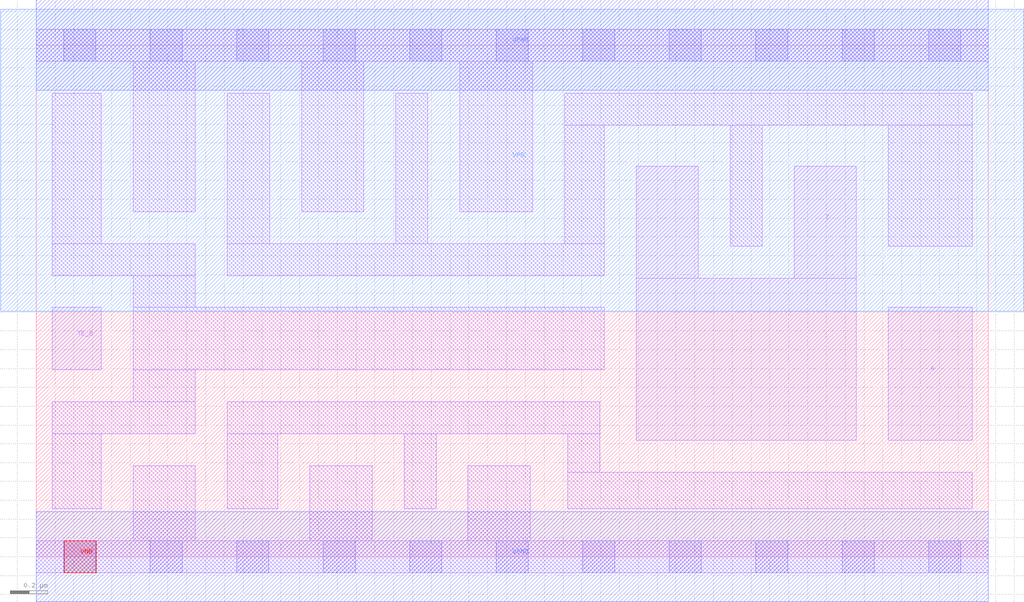
<source format=lef>
# Copyright 2020 The SkyWater PDK Authors
#
# Licensed under the Apache License, Version 2.0 (the "License");
# you may not use this file except in compliance with the License.
# You may obtain a copy of the License at
#
#     https://www.apache.org/licenses/LICENSE-2.0
#
# Unless required by applicable law or agreed to in writing, software
# distributed under the License is distributed on an "AS IS" BASIS,
# WITHOUT WARRANTIES OR CONDITIONS OF ANY KIND, either express or implied.
# See the License for the specific language governing permissions and
# limitations under the License.
#
# SPDX-License-Identifier: Apache-2.0

VERSION 5.7 ;
  NOWIREEXTENSIONATPIN ON ;
  DIVIDERCHAR "/" ;
  BUSBITCHARS "[]" ;
MACRO sky130_fd_sc_hd__einvn_4
  CLASS CORE ;
  FOREIGN sky130_fd_sc_hd__einvn_4 ;
  ORIGIN  0.000000  0.000000 ;
  SIZE  5.060000 BY  2.720000 ;
  SYMMETRY X Y R90 ;
  SITE unithd ;
  PIN A
    ANTENNAGATEAREA  0.990000 ;
    DIRECTION INPUT ;
    USE SIGNAL ;
    PORT
      LAYER li1 ;
        RECT 4.530000 0.620000 4.975000 1.325000 ;
    END
  END A
  PIN TE_B
    ANTENNAGATEAREA  0.811500 ;
    DIRECTION INPUT ;
    USE SIGNAL ;
    PORT
      LAYER li1 ;
        RECT 0.085000 0.995000 0.345000 1.325000 ;
    END
  END TE_B
  PIN VNB
    PORT
      LAYER pwell ;
        RECT 0.150000 -0.085000 0.320000 0.085000 ;
    END
  END VNB
  PIN VPB
    PORT
      LAYER nwell ;
        RECT -0.190000 1.305000 5.250000 2.910000 ;
    END
  END VPB
  PIN Z
    ANTENNADIFFAREA  0.891000 ;
    DIRECTION OUTPUT ;
    USE SIGNAL ;
    PORT
      LAYER li1 ;
        RECT 3.190000 0.620000 4.360000 1.480000 ;
        RECT 3.190000 1.480000 3.520000 2.075000 ;
        RECT 4.030000 1.480000 4.360000 2.075000 ;
    END
  END Z
  PIN VGND
    DIRECTION INOUT ;
    SHAPE ABUTMENT ;
    USE GROUND ;
    PORT
      LAYER met1 ;
        RECT 0.000000 -0.240000 5.060000 0.240000 ;
    END
  END VGND
  PIN VPWR
    DIRECTION INOUT ;
    SHAPE ABUTMENT ;
    USE POWER ;
    PORT
      LAYER met1 ;
        RECT 0.000000 2.480000 5.060000 2.960000 ;
    END
  END VPWR
  OBS
    LAYER li1 ;
      RECT 0.000000 -0.085000 5.060000 0.085000 ;
      RECT 0.000000  2.635000 5.060000 2.805000 ;
      RECT 0.085000  0.255000 0.345000 0.655000 ;
      RECT 0.085000  0.655000 0.845000 0.825000 ;
      RECT 0.085000  1.495000 0.845000 1.665000 ;
      RECT 0.085000  1.665000 0.345000 2.465000 ;
      RECT 0.515000  0.085000 0.845000 0.485000 ;
      RECT 0.515000  0.825000 0.845000 0.995000 ;
      RECT 0.515000  0.995000 3.020000 1.325000 ;
      RECT 0.515000  1.325000 0.845000 1.495000 ;
      RECT 0.515000  1.835000 0.845000 2.635000 ;
      RECT 1.015000  0.255000 1.285000 0.655000 ;
      RECT 1.015000  0.655000 2.995000 0.825000 ;
      RECT 1.015000  1.495000 3.020000 1.665000 ;
      RECT 1.015000  1.665000 1.240000 2.465000 ;
      RECT 1.410000  1.835000 1.740000 2.635000 ;
      RECT 1.455000  0.085000 1.785000 0.485000 ;
      RECT 1.910000  1.665000 2.080000 2.465000 ;
      RECT 1.955000  0.255000 2.125000 0.655000 ;
      RECT 2.250000  1.835000 2.640000 2.635000 ;
      RECT 2.295000  0.085000 2.625000 0.485000 ;
      RECT 2.810000  1.665000 3.020000 2.295000 ;
      RECT 2.810000  2.295000 4.975000 2.465000 ;
      RECT 2.825000  0.255000 4.975000 0.450000 ;
      RECT 2.825000  0.450000 2.995000 0.655000 ;
      RECT 3.690000  1.650000 3.860000 2.295000 ;
      RECT 4.530000  1.650000 4.975000 2.295000 ;
    LAYER mcon ;
      RECT 0.145000 -0.085000 0.315000 0.085000 ;
      RECT 0.145000  2.635000 0.315000 2.805000 ;
      RECT 0.605000 -0.085000 0.775000 0.085000 ;
      RECT 0.605000  2.635000 0.775000 2.805000 ;
      RECT 1.065000 -0.085000 1.235000 0.085000 ;
      RECT 1.065000  2.635000 1.235000 2.805000 ;
      RECT 1.525000 -0.085000 1.695000 0.085000 ;
      RECT 1.525000  2.635000 1.695000 2.805000 ;
      RECT 1.985000 -0.085000 2.155000 0.085000 ;
      RECT 1.985000  2.635000 2.155000 2.805000 ;
      RECT 2.445000 -0.085000 2.615000 0.085000 ;
      RECT 2.445000  2.635000 2.615000 2.805000 ;
      RECT 2.905000 -0.085000 3.075000 0.085000 ;
      RECT 2.905000  2.635000 3.075000 2.805000 ;
      RECT 3.365000 -0.085000 3.535000 0.085000 ;
      RECT 3.365000  2.635000 3.535000 2.805000 ;
      RECT 3.825000 -0.085000 3.995000 0.085000 ;
      RECT 3.825000  2.635000 3.995000 2.805000 ;
      RECT 4.285000 -0.085000 4.455000 0.085000 ;
      RECT 4.285000  2.635000 4.455000 2.805000 ;
      RECT 4.745000 -0.085000 4.915000 0.085000 ;
      RECT 4.745000  2.635000 4.915000 2.805000 ;
  END
END sky130_fd_sc_hd__einvn_4
END LIBRARY

</source>
